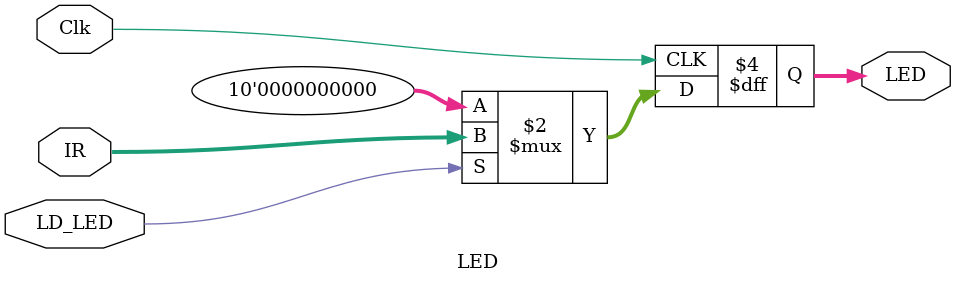
<source format=sv>
module LED	( input logic Clk,
                        LD_LED,
				  input logic [9:0] IR,
				  output logic [9:0] LED
);
	always_ff @ (posedge Clk)
	begin
	      LED <= 10'h0;
	
		if (LD_LED)
			LED <= IR[9:0];
	
	end
	
endmodule

</source>
